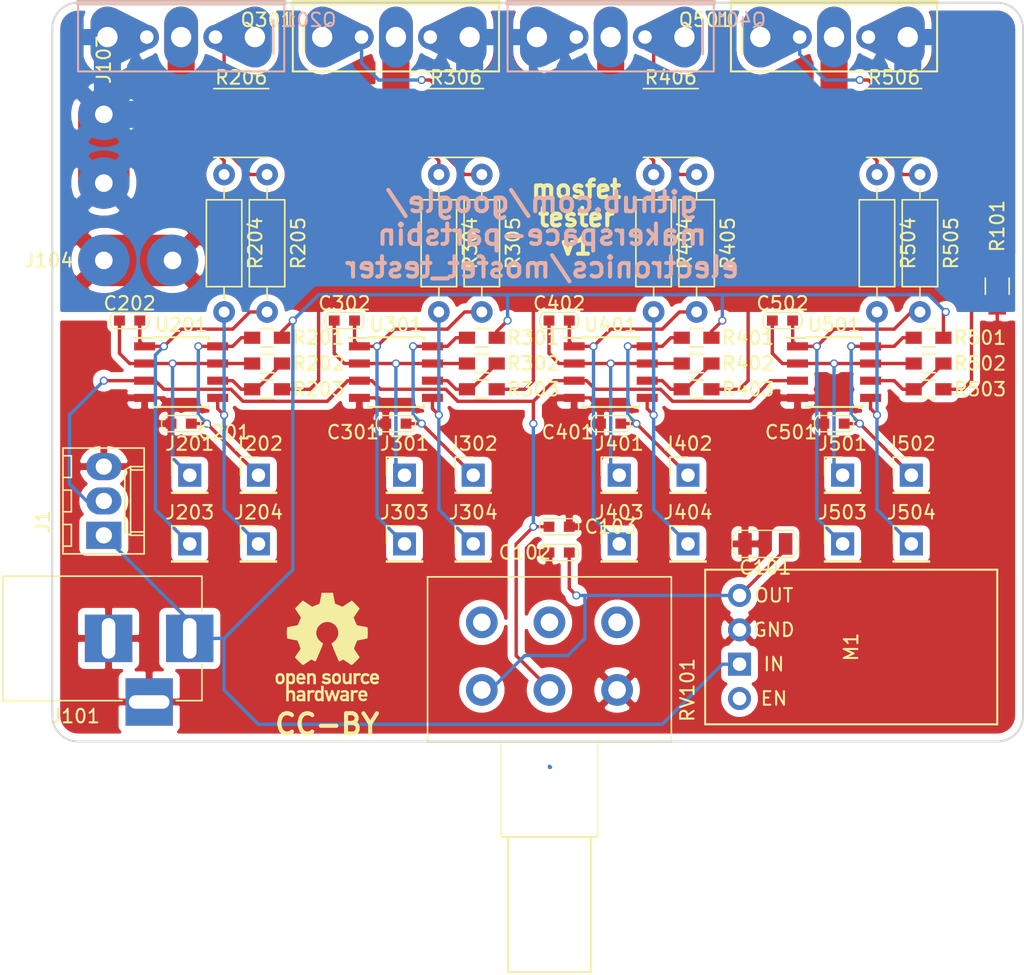
<source format=kicad_pcb>
(kicad_pcb (version 4) (host pcbnew 4.0.6-e0-6349~53~ubuntu14.04.1)
  (layers (0 F.Cu signal) (31 B.Cu signal) (34 B.Paste user) (35 F.Paste user) (36 B.SilkS user) (37 F.SilkS user) (38 B.Mask user) (39 F.Mask user) (44 Edge.Cuts user))
  (net 0 "")
  (net 1 GND)
  (net 2 "Net-(C201-Pad2)")
  (net 3 "Net-(C202-Pad2)")
  (net 4 +12V)
  (net 5 "Net-(R202-Pad1)")
  (net 6 +5V)
  (net 7 /slice1/5V_REF)
  (net 8 "Net-(C301-Pad2)")
  (net 9 "Net-(C302-Pad2)")
  (net 10 "Net-(C401-Pad2)")
  (net 11 "Net-(C402-Pad2)")
  (net 12 "Net-(C501-Pad2)")
  (net 13 "Net-(C502-Pad2)")
  (net 14 /slice1/Vgs)
  (net 15 /slice2/Vgs)
  (net 16 /slice3/Vgs)
  (net 17 /slice4/Vgs)
  (net 18 /slice1/VIN+)
  (net 19 /slice1/VIN-)
  (net 20 "Net-(J204-Pad1)")
  (net 21 "Net-(J304-Pad1)")
  (net 22 "Net-(J404-Pad1)")
  (net 23 "Net-(J504-Pad1)")
  (net 24 "Net-(R302-Pad1)")
  (net 25 "Net-(R402-Pad1)")
  (net 26 "Net-(R502-Pad1)")
  (net 27 "Net-(Q201-Pad1)")
  (net 28 "Net-(Q301-Pad1)")
  (net 29 "Net-(Q401-Pad1)")
  (net 30 "Net-(Q501-Pad1)")
  (net 31 "Net-(Q201-Pad2)")
  (net 32 "Net-(Q301-Pad2)")
  (net 33 "Net-(Q401-Pad2)")
  (net 34 "Net-(Q501-Pad2)")
  (module Connectors:BARREL_JACK (layer F.Cu) (at 126.365 123.825)
    (fp_text reference J101 (at -8.45 5.75 180) (layer F.SilkS))
    (fp_text value BARREL_JACK)
    (pad 1 thru_hole rect (at 0 0) (size 3.5 3.5) (drill oval 1 3) (layers *.Cu *.Mask) (net 4 +12V))
    (pad 2 thru_hole rect (at -6 0) (size 3.5 3.5) (drill oval 1 3) (layers *.Cu *.Mask) (net 1 GND))
    (pad 3 thru_hole rect (at -3 4.7) (size 3.5 3.5) (drill oval 3 1) (layers *.Cu *.Mask) (net 1 GND))
  )
  (module Capacitors_SMD_Round:C_1206 (layer F.Cu) (at 168.91 116.84 180)
    (fp_text reference C101 (at 0 -1.75 180) (layer F.SilkS))
    (fp_text value 22u)
    (pad 1 smd rect (at -1.5 0 180) (size 1 1.6) (layers F.Cu F.Paste F.Mask) (net 6 +5V))
    (pad 2 smd rect (at 1.5 0 180) (size 1 1.6) (layers F.Cu F.Paste F.Mask) (net 1 GND))
  )
  (module Capacitors_SMD_Round:C_0603 (layer F.Cu) (at 153.67 115.57)
    (fp_text reference C103 (at 3.81 0) (layer F.SilkS))
    (fp_text value 0.1 hide)
    (pad 1 smd rect (at -0.75 0) (size 0.8 0.75) (layers F.Cu F.Paste F.Mask) (net 7 /slice1/5V_REF))
    (pad 2 smd rect (at 0.75 0) (size 0.8 0.75) (layers F.Cu F.Paste F.Mask) (net 1 GND))
  )
  (module Capacitors_SMD_Round:C_0603 (layer F.Cu) (at 125.73 107.95)
    (fp_text reference C201 (at 3.175 0.635) (layer F.SilkS))
    (fp_text value 0.1 hide)
    (pad 1 smd rect (at -0.75 0) (size 0.8 0.75) (layers F.Cu F.Paste F.Mask) (net 1 GND))
    (pad 2 smd rect (at 0.75 0) (size 0.8 0.75) (layers F.Cu F.Paste F.Mask) (net 2 "Net-(C201-Pad2)"))
  )
  (module Capacitors_SMD_Round:C_0603 (layer F.Cu) (at 121.92 100.33 180)
    (fp_text reference C202 (at 0 1.27 180) (layer F.SilkS))
    (fp_text value C hide)
    (pad 1 smd rect (at -0.75 0 180) (size 0.8 0.75) (layers F.Cu F.Paste F.Mask) (net 14 /slice1/Vgs))
    (pad 2 smd rect (at 0.75 0 180) (size 0.8 0.75) (layers F.Cu F.Paste F.Mask) (net 3 "Net-(C202-Pad2)"))
  )
  (module Pin_Headers:Pin_Header_Straight_1x01_Pitch2.54mm (layer F.Cu) (at 126.365 111.76)
    (fp_text reference J201 (at 0 -2.33) (layer F.SilkS))
    (fp_text value TEST_1P)
    (pad 1 thru_hole rect (at 0 0) (size 1.7 1.7) (drill 1) (layers *.Cu *.Mask) (net 3 "Net-(C202-Pad2)"))
  )
  (module Pin_Headers:Pin_Header_Straight_1x01_Pitch2.54mm (layer F.Cu) (at 131.445 111.76)
    (fp_text reference J202 (at 0 -2.33) (layer F.SilkS))
    (fp_text value TEST_1P)
    (pad 1 thru_hole rect (at 0 0) (size 1.7 1.7) (drill 1) (layers *.Cu *.Mask) (net 2 "Net-(C201-Pad2)"))
  )
  (module Pin_Headers:Pin_Header_Straight_1x01_Pitch2.54mm (layer F.Cu) (at 126.365 116.84)
    (fp_text reference J203 (at 0 -2.33) (layer F.SilkS))
    (fp_text value TEST_1P)
    (pad 1 thru_hole rect (at 0 0) (size 1.7 1.7) (drill 1) (layers *.Cu *.Mask) (net 14 /slice1/Vgs))
  )
  (module Pin_Headers:Pin_Header_Straight_1x01_Pitch2.54mm (layer F.Cu) (at 131.445 116.84)
    (fp_text reference J204 (at 0 -2.33) (layer F.SilkS))
    (fp_text value TEST_1P)
    (pad 1 thru_hole rect (at 0 0) (size 1.7 1.7) (drill 1) (layers *.Cu *.Mask) (net 20 "Net-(J204-Pad1)"))
  )
  (module Resistors_SMD:R_0603_HandSoldering (layer F.Cu) (at 132.08 101.6 180)
    (fp_text reference R201 (at -3.81 0 180) (layer F.SilkS))
    (fp_text value 100R)
    (pad 1 smd rect (at -1.1 0 180) (size 1.2 0.9) (layers F.Cu F.Paste F.Mask) (net 4 +12V))
    (pad 2 smd rect (at 1.1 0 180) (size 1.2 0.9) (layers F.Cu F.Paste F.Mask) (net 2 "Net-(C201-Pad2)"))
  )
  (module Resistors_SMD:R_0603_HandSoldering (layer F.Cu) (at 132.08 103.505 180)
    (fp_text reference R202 (at -3.81 0 180) (layer F.SilkS))
    (fp_text value R)
    (pad 1 smd rect (at -1.1 0 180) (size 1.2 0.9) (layers F.Cu F.Paste F.Mask) (net 5 "Net-(R202-Pad1)"))
    (pad 2 smd rect (at 1.1 0 180) (size 1.2 0.9) (layers F.Cu F.Paste F.Mask) (net 3 "Net-(C202-Pad2)"))
  )
  (module Resistors_SMD:R_0603_HandSoldering (layer F.Cu) (at 132.08 105.41 180)
    (fp_text reference R203 (at -3.81 0 180) (layer F.SilkS))
    (fp_text value R)
    (pad 1 smd rect (at -1.1 0 180) (size 1.2 0.9) (layers F.Cu F.Paste F.Mask) (net 19 /slice1/VIN-))
    (pad 2 smd rect (at 1.1 0 180) (size 1.2 0.9) (layers F.Cu F.Paste F.Mask) (net 5 "Net-(R202-Pad1)"))
  )
  (module Resistors_SMD:R_2816_HandSoldering (layer F.Cu) (at 130.175 85.725)
    (fp_text reference R206 (at 0 -3.36) (layer F.SilkS))
    (fp_text value R)
    (pad 1 smd rect (at -4.06 0) (size 4.7 4.7) (layers F.Cu F.Paste F.Mask) (net 31 "Net-(Q201-Pad2)"))
    (pad 2 smd rect (at 4.06 0) (size 4.7 4.7) (layers F.Cu F.Paste F.Mask) (net 19 /slice1/VIN-))
  )
  (module Housings_SOIC:SOIC-8_3.9x4.9mm_Pitch1.27mm (layer F.Cu) (at 125.73 104.14)
    (fp_text reference U201 (at 0 -3.5) (layer F.SilkS))
    (fp_text value LM358)
    (pad 1 smd rect (at -2.7 -1.905) (size 1.55 0.6) (layers F.Cu F.Paste F.Mask) (net 14 /slice1/Vgs))
    (pad 2 smd rect (at -2.7 -0.635) (size 1.55 0.6) (layers F.Cu F.Paste F.Mask) (net 3 "Net-(C202-Pad2)"))
    (pad 3 smd rect (at -2.7 0.635) (size 1.55 0.6) (layers F.Cu F.Paste F.Mask) (net 7 /slice1/5V_REF))
    (pad 4 smd rect (at -2.7 1.905) (size 1.55 0.6) (layers F.Cu F.Paste F.Mask) (net 1 GND))
    (pad 5 smd rect (at 2.7 1.905) (size 1.55 0.6) (layers F.Cu F.Paste F.Mask) (net 20 "Net-(J204-Pad1)"))
    (pad 6 smd rect (at 2.7 0.635) (size 1.55 0.6) (layers F.Cu F.Paste F.Mask) (net 5 "Net-(R202-Pad1)"))
    (pad 7 smd rect (at 2.7 -0.635) (size 1.55 0.6) (layers F.Cu F.Paste F.Mask) (net 3 "Net-(C202-Pad2)"))
    (pad 8 smd rect (at 2.7 -1.905) (size 1.55 0.6) (layers F.Cu F.Paste F.Mask) (net 2 "Net-(C201-Pad2)"))
  )
  (module Resistors_SMD:R_0805_HandSoldering (layer F.Cu) (at 186.055 97.79 270)
    (fp_text reference R101 (at -4.445 0 270) (layer F.SilkS))
    (fp_text value 0R)
    (pad 1 smd rect (at -1.35 0 270) (size 1.5 1.3) (layers F.Cu F.Paste F.Mask) (net 19 /slice1/VIN-))
    (pad 2 smd rect (at 1.35 0 270) (size 1.5 1.3) (layers F.Cu F.Paste F.Mask) (net 1 GND))
  )
  (module Symbols:OSHW-Logo_7.5x8mm_SilkScreen (layer F.Cu) (at 136.525 124.46)
    (fp_text reference P101 hide)
    (fp_text value OSHW hide)
  )
  (module Capacitors_SMD_Round:C_0603 (layer F.Cu) (at 141.605 107.95)
    (fp_text reference C301 (at -3.175 0.635) (layer F.SilkS))
    (fp_text value 0.1 hide)
    (pad 1 smd rect (at -0.75 0) (size 0.8 0.75) (layers F.Cu F.Paste F.Mask) (net 1 GND))
    (pad 2 smd rect (at 0.75 0) (size 0.8 0.75) (layers F.Cu F.Paste F.Mask) (net 8 "Net-(C301-Pad2)"))
  )
  (module Capacitors_SMD_Round:C_0603 (layer F.Cu) (at 137.795 100.33 180)
    (fp_text reference C302 (at 0 1.27 180) (layer F.SilkS))
    (fp_text value C hide)
    (pad 1 smd rect (at -0.75 0 180) (size 0.8 0.75) (layers F.Cu F.Paste F.Mask) (net 15 /slice2/Vgs))
    (pad 2 smd rect (at 0.75 0 180) (size 0.8 0.75) (layers F.Cu F.Paste F.Mask) (net 9 "Net-(C302-Pad2)"))
  )
  (module Capacitors_SMD_Round:C_0603 (layer F.Cu) (at 157.48 107.95)
    (fp_text reference C401 (at -3.175 0.635) (layer F.SilkS))
    (fp_text value 0.1 hide)
    (pad 1 smd rect (at -0.75 0) (size 0.8 0.75) (layers F.Cu F.Paste F.Mask) (net 1 GND))
    (pad 2 smd rect (at 0.75 0) (size 0.8 0.75) (layers F.Cu F.Paste F.Mask) (net 10 "Net-(C401-Pad2)"))
  )
  (module Capacitors_SMD_Round:C_0603 (layer F.Cu) (at 153.67 100.33 180)
    (fp_text reference C402 (at 0 1.27 180) (layer F.SilkS))
    (fp_text value C hide)
    (pad 1 smd rect (at -0.75 0 180) (size 0.8 0.75) (layers F.Cu F.Paste F.Mask) (net 16 /slice3/Vgs))
    (pad 2 smd rect (at 0.75 0 180) (size 0.8 0.75) (layers F.Cu F.Paste F.Mask) (net 11 "Net-(C402-Pad2)"))
  )
  (module Capacitors_SMD_Round:C_0603 (layer F.Cu) (at 173.99 107.95)
    (fp_text reference C501 (at -3.175 0.635) (layer F.SilkS))
    (fp_text value 0.1 hide)
    (pad 1 smd rect (at -0.75 0) (size 0.8 0.75) (layers F.Cu F.Paste F.Mask) (net 1 GND))
    (pad 2 smd rect (at 0.75 0) (size 0.8 0.75) (layers F.Cu F.Paste F.Mask) (net 12 "Net-(C501-Pad2)"))
  )
  (module Capacitors_SMD_Round:C_0603 (layer F.Cu) (at 170.18 100.33 180)
    (fp_text reference C502 (at 0 1.27 180) (layer F.SilkS))
    (fp_text value C hide)
    (pad 1 smd rect (at -0.75 0 180) (size 0.8 0.75) (layers F.Cu F.Paste F.Mask) (net 17 /slice4/Vgs))
    (pad 2 smd rect (at 0.75 0 180) (size 0.8 0.75) (layers F.Cu F.Paste F.Mask) (net 13 "Net-(C502-Pad2)"))
  )
  (module Pin_Headers:Pin_Header_Straight_1x01_Pitch2.54mm (layer F.Cu) (at 142.24 111.76)
    (fp_text reference J301 (at 0 -2.33) (layer F.SilkS))
    (fp_text value TEST_1P)
    (pad 1 thru_hole rect (at 0 0) (size 1.7 1.7) (drill 1) (layers *.Cu *.Mask) (net 9 "Net-(C302-Pad2)"))
  )
  (module Pin_Headers:Pin_Header_Straight_1x01_Pitch2.54mm (layer F.Cu) (at 147.32 111.76)
    (fp_text reference J302 (at 0 -2.33) (layer F.SilkS))
    (fp_text value TEST_1P)
    (pad 1 thru_hole rect (at 0 0) (size 1.7 1.7) (drill 1) (layers *.Cu *.Mask) (net 8 "Net-(C301-Pad2)"))
  )
  (module Pin_Headers:Pin_Header_Straight_1x01_Pitch2.54mm (layer F.Cu) (at 142.24 116.84)
    (fp_text reference J303 (at 0 -2.33) (layer F.SilkS))
    (fp_text value TEST_1P)
    (pad 1 thru_hole rect (at 0 0) (size 1.7 1.7) (drill 1) (layers *.Cu *.Mask) (net 15 /slice2/Vgs))
  )
  (module Pin_Headers:Pin_Header_Straight_1x01_Pitch2.54mm (layer F.Cu) (at 147.32 116.84)
    (fp_text reference J304 (at 0 -2.33) (layer F.SilkS))
    (fp_text value TEST_1P)
    (pad 1 thru_hole rect (at 0 0) (size 1.7 1.7) (drill 1) (layers *.Cu *.Mask) (net 21 "Net-(J304-Pad1)"))
  )
  (module Pin_Headers:Pin_Header_Straight_1x01_Pitch2.54mm (layer F.Cu) (at 158.115 111.76)
    (fp_text reference J401 (at 0 -2.33) (layer F.SilkS))
    (fp_text value TEST_1P)
    (pad 1 thru_hole rect (at 0 0) (size 1.7 1.7) (drill 1) (layers *.Cu *.Mask) (net 11 "Net-(C402-Pad2)"))
  )
  (module Pin_Headers:Pin_Header_Straight_1x01_Pitch2.54mm (layer F.Cu) (at 163.195 111.76)
    (fp_text reference J402 (at 0 -2.33) (layer F.SilkS))
    (fp_text value TEST_1P)
    (pad 1 thru_hole rect (at 0 0) (size 1.7 1.7) (drill 1) (layers *.Cu *.Mask) (net 10 "Net-(C401-Pad2)"))
  )
  (module Pin_Headers:Pin_Header_Straight_1x01_Pitch2.54mm (layer F.Cu) (at 158.115 116.84)
    (fp_text reference J403 (at 0 -2.33) (layer F.SilkS))
    (fp_text value TEST_1P)
    (pad 1 thru_hole rect (at 0 0) (size 1.7 1.7) (drill 1) (layers *.Cu *.Mask) (net 16 /slice3/Vgs))
  )
  (module Pin_Headers:Pin_Header_Straight_1x01_Pitch2.54mm (layer F.Cu) (at 163.195 116.84)
    (fp_text reference J404 (at 0 -2.33) (layer F.SilkS))
    (fp_text value TEST_1P)
    (pad 1 thru_hole rect (at 0 0) (size 1.7 1.7) (drill 1) (layers *.Cu *.Mask) (net 22 "Net-(J404-Pad1)"))
  )
  (module Pin_Headers:Pin_Header_Straight_1x01_Pitch2.54mm (layer F.Cu) (at 174.625 111.76)
    (fp_text reference J501 (at 0 -2.33) (layer F.SilkS))
    (fp_text value TEST_1P)
    (pad 1 thru_hole rect (at 0 0) (size 1.7 1.7) (drill 1) (layers *.Cu *.Mask) (net 13 "Net-(C502-Pad2)"))
  )
  (module Pin_Headers:Pin_Header_Straight_1x01_Pitch2.54mm (layer F.Cu) (at 179.705 111.76)
    (fp_text reference J502 (at 0 -2.33) (layer F.SilkS))
    (fp_text value TEST_1P)
    (pad 1 thru_hole rect (at 0 0) (size 1.7 1.7) (drill 1) (layers *.Cu *.Mask) (net 12 "Net-(C501-Pad2)"))
  )
  (module Pin_Headers:Pin_Header_Straight_1x01_Pitch2.54mm (layer F.Cu) (at 174.625 116.84)
    (fp_text reference J503 (at 0 -2.33) (layer F.SilkS))
    (fp_text value TEST_1P)
    (pad 1 thru_hole rect (at 0 0) (size 1.7 1.7) (drill 1) (layers *.Cu *.Mask) (net 17 /slice4/Vgs))
  )
  (module Pin_Headers:Pin_Header_Straight_1x01_Pitch2.54mm (layer F.Cu) (at 179.705 116.84)
    (fp_text reference J504 (at 0 -2.33) (layer F.SilkS))
    (fp_text value TEST_1P)
    (pad 1 thru_hole rect (at 0 0) (size 1.7 1.7) (drill 1) (layers *.Cu *.Mask) (net 23 "Net-(J504-Pad1)"))
  )
  (module Resistors_SMD:R_0603_HandSoldering (layer F.Cu) (at 147.955 101.6 180)
    (fp_text reference R301 (at -3.81 0 180) (layer F.SilkS))
    (fp_text value 100R)
    (pad 1 smd rect (at -1.1 0 180) (size 1.2 0.9) (layers F.Cu F.Paste F.Mask) (net 4 +12V))
    (pad 2 smd rect (at 1.1 0 180) (size 1.2 0.9) (layers F.Cu F.Paste F.Mask) (net 8 "Net-(C301-Pad2)"))
  )
  (module Resistors_SMD:R_0603_HandSoldering (layer F.Cu) (at 147.955 103.505 180)
    (fp_text reference R302 (at -3.81 0 180) (layer F.SilkS))
    (fp_text value R)
    (pad 1 smd rect (at -1.1 0 180) (size 1.2 0.9) (layers F.Cu F.Paste F.Mask) (net 24 "Net-(R302-Pad1)"))
    (pad 2 smd rect (at 1.1 0 180) (size 1.2 0.9) (layers F.Cu F.Paste F.Mask) (net 9 "Net-(C302-Pad2)"))
  )
  (module Resistors_SMD:R_0603_HandSoldering (layer F.Cu) (at 147.955 105.41 180)
    (fp_text reference R303 (at -3.81 0 180) (layer F.SilkS))
    (fp_text value R)
    (pad 1 smd rect (at -1.1 0 180) (size 1.2 0.9) (layers F.Cu F.Paste F.Mask) (net 19 /slice1/VIN-))
    (pad 2 smd rect (at 1.1 0 180) (size 1.2 0.9) (layers F.Cu F.Paste F.Mask) (net 24 "Net-(R302-Pad1)"))
  )
  (module Resistors_SMD:R_2816_HandSoldering (layer F.Cu) (at 146.05 85.725)
    (fp_text reference R306 (at 0 -3.36) (layer F.SilkS))
    (fp_text value R)
    (pad 1 smd rect (at -4.06 0) (size 4.7 4.7) (layers F.Cu F.Paste F.Mask) (net 32 "Net-(Q301-Pad2)"))
    (pad 2 smd rect (at 4.06 0) (size 4.7 4.7) (layers F.Cu F.Paste F.Mask) (net 19 /slice1/VIN-))
  )
  (module Resistors_SMD:R_0603_HandSoldering (layer F.Cu) (at 163.83 101.6 180)
    (fp_text reference R401 (at -3.81 0 180) (layer F.SilkS))
    (fp_text value 100R)
    (pad 1 smd rect (at -1.1 0 180) (size 1.2 0.9) (layers F.Cu F.Paste F.Mask) (net 4 +12V))
    (pad 2 smd rect (at 1.1 0 180) (size 1.2 0.9) (layers F.Cu F.Paste F.Mask) (net 10 "Net-(C401-Pad2)"))
  )
  (module Resistors_SMD:R_0603_HandSoldering (layer F.Cu) (at 163.83 103.505 180)
    (fp_text reference R402 (at -3.81 0 180) (layer F.SilkS))
    (fp_text value R)
    (pad 1 smd rect (at -1.1 0 180) (size 1.2 0.9) (layers F.Cu F.Paste F.Mask) (net 25 "Net-(R402-Pad1)"))
    (pad 2 smd rect (at 1.1 0 180) (size 1.2 0.9) (layers F.Cu F.Paste F.Mask) (net 11 "Net-(C402-Pad2)"))
  )
  (module Resistors_SMD:R_0603_HandSoldering (layer F.Cu) (at 163.83 105.41 180)
    (fp_text reference R403 (at -3.81 0 180) (layer F.SilkS))
    (fp_text value R)
    (pad 1 smd rect (at -1.1 0 180) (size 1.2 0.9) (layers F.Cu F.Paste F.Mask) (net 19 /slice1/VIN-))
    (pad 2 smd rect (at 1.1 0 180) (size 1.2 0.9) (layers F.Cu F.Paste F.Mask) (net 25 "Net-(R402-Pad1)"))
  )
  (module Resistors_SMD:R_2816_HandSoldering (layer F.Cu) (at 161.925 85.725)
    (fp_text reference R406 (at 0 -3.36) (layer F.SilkS))
    (fp_text value R)
    (pad 1 smd rect (at -4.06 0) (size 4.7 4.7) (layers F.Cu F.Paste F.Mask) (net 33 "Net-(Q401-Pad2)"))
    (pad 2 smd rect (at 4.06 0) (size 4.7 4.7) (layers F.Cu F.Paste F.Mask) (net 19 /slice1/VIN-))
  )
  (module Resistors_SMD:R_0603_HandSoldering (layer F.Cu) (at 180.975 101.6 180)
    (fp_text reference R501 (at -3.81 0 180) (layer F.SilkS))
    (fp_text value 100R)
    (pad 1 smd rect (at -1.1 0 180) (size 1.2 0.9) (layers F.Cu F.Paste F.Mask) (net 4 +12V))
    (pad 2 smd rect (at 1.1 0 180) (size 1.2 0.9) (layers F.Cu F.Paste F.Mask) (net 12 "Net-(C501-Pad2)"))
  )
  (module Resistors_SMD:R_0603_HandSoldering (layer F.Cu) (at 180.975 103.505 180)
    (fp_text reference R502 (at -3.81 0 180) (layer F.SilkS))
    (fp_text value R)
    (pad 1 smd rect (at -1.1 0 180) (size 1.2 0.9) (layers F.Cu F.Paste F.Mask) (net 26 "Net-(R502-Pad1)"))
    (pad 2 smd rect (at 1.1 0 180) (size 1.2 0.9) (layers F.Cu F.Paste F.Mask) (net 13 "Net-(C502-Pad2)"))
  )
  (module Resistors_SMD:R_0603_HandSoldering (layer F.Cu) (at 180.975 105.41 180)
    (fp_text reference R503 (at -3.81 0 180) (layer F.SilkS))
    (fp_text value R)
    (pad 1 smd rect (at -1.1 0 180) (size 1.2 0.9) (layers F.Cu F.Paste F.Mask) (net 19 /slice1/VIN-))
    (pad 2 smd rect (at 1.1 0 180) (size 1.2 0.9) (layers F.Cu F.Paste F.Mask) (net 26 "Net-(R502-Pad1)"))
  )
  (module Resistors_SMD:R_2816_HandSoldering (layer F.Cu) (at 178.435 85.725)
    (fp_text reference R506 (at 0 -3.36) (layer F.SilkS))
    (fp_text value R)
    (pad 1 smd rect (at -4.06 0) (size 4.7 4.7) (layers F.Cu F.Paste F.Mask) (net 34 "Net-(Q501-Pad2)"))
    (pad 2 smd rect (at 4.06 0) (size 4.7 4.7) (layers F.Cu F.Paste F.Mask) (net 19 /slice1/VIN-))
  )
  (module Housings_SOIC:SOIC-8_3.9x4.9mm_Pitch1.27mm (layer F.Cu) (at 141.605 104.14)
    (fp_text reference U301 (at 0 -3.5) (layer F.SilkS))
    (fp_text value LM358)
    (pad 1 smd rect (at -2.7 -1.905) (size 1.55 0.6) (layers F.Cu F.Paste F.Mask) (net 15 /slice2/Vgs))
    (pad 2 smd rect (at -2.7 -0.635) (size 1.55 0.6) (layers F.Cu F.Paste F.Mask) (net 9 "Net-(C302-Pad2)"))
    (pad 3 smd rect (at -2.7 0.635) (size 1.55 0.6) (layers F.Cu F.Paste F.Mask) (net 7 /slice1/5V_REF))
    (pad 4 smd rect (at -2.7 1.905) (size 1.55 0.6) (layers F.Cu F.Paste F.Mask) (net 1 GND))
    (pad 5 smd rect (at 2.7 1.905) (size 1.55 0.6) (layers F.Cu F.Paste F.Mask) (net 21 "Net-(J304-Pad1)"))
    (pad 6 smd rect (at 2.7 0.635) (size 1.55 0.6) (layers F.Cu F.Paste F.Mask) (net 24 "Net-(R302-Pad1)"))
    (pad 7 smd rect (at 2.7 -0.635) (size 1.55 0.6) (layers F.Cu F.Paste F.Mask) (net 9 "Net-(C302-Pad2)"))
    (pad 8 smd rect (at 2.7 -1.905) (size 1.55 0.6) (layers F.Cu F.Paste F.Mask) (net 8 "Net-(C301-Pad2)"))
  )
  (module Housings_SOIC:SOIC-8_3.9x4.9mm_Pitch1.27mm (layer F.Cu) (at 157.48 104.14)
    (fp_text reference U401 (at 0 -3.5) (layer F.SilkS))
    (fp_text value LM358)
    (pad 1 smd rect (at -2.7 -1.905) (size 1.55 0.6) (layers F.Cu F.Paste F.Mask) (net 16 /slice3/Vgs))
    (pad 2 smd rect (at -2.7 -0.635) (size 1.55 0.6) (layers F.Cu F.Paste F.Mask) (net 11 "Net-(C402-Pad2)"))
    (pad 3 smd rect (at -2.7 0.635) (size 1.55 0.6) (layers F.Cu F.Paste F.Mask) (net 7 /slice1/5V_REF))
    (pad 4 smd rect (at -2.7 1.905) (size 1.55 0.6) (layers F.Cu F.Paste F.Mask) (net 1 GND))
    (pad 5 smd rect (at 2.7 1.905) (size 1.55 0.6) (layers F.Cu F.Paste F.Mask) (net 22 "Net-(J404-Pad1)"))
    (pad 6 smd rect (at 2.7 0.635) (size 1.55 0.6) (layers F.Cu F.Paste F.Mask) (net 25 "Net-(R402-Pad1)"))
    (pad 7 smd rect (at 2.7 -0.635) (size 1.55 0.6) (layers F.Cu F.Paste F.Mask) (net 11 "Net-(C402-Pad2)"))
    (pad 8 smd rect (at 2.7 -1.905) (size 1.55 0.6) (layers F.Cu F.Paste F.Mask) (net 10 "Net-(C401-Pad2)"))
  )
  (module Housings_SOIC:SOIC-8_3.9x4.9mm_Pitch1.27mm (layer F.Cu) (at 173.99 104.14)
    (fp_text reference U501 (at 0 -3.5) (layer F.SilkS))
    (fp_text value LM358)
    (pad 1 smd rect (at -2.7 -1.905) (size 1.55 0.6) (layers F.Cu F.Paste F.Mask) (net 17 /slice4/Vgs))
    (pad 2 smd rect (at -2.7 -0.635) (size 1.55 0.6) (layers F.Cu F.Paste F.Mask) (net 13 "Net-(C502-Pad2)"))
    (pad 3 smd rect (at -2.7 0.635) (size 1.55 0.6) (layers F.Cu F.Paste F.Mask) (net 7 /slice1/5V_REF))
    (pad 4 smd rect (at -2.7 1.905) (size 1.55 0.6) (layers F.Cu F.Paste F.Mask) (net 1 GND))
    (pad 5 smd rect (at 2.7 1.905) (size 1.55 0.6) (layers F.Cu F.Paste F.Mask) (net 23 "Net-(J504-Pad1)"))
    (pad 6 smd rect (at 2.7 0.635) (size 1.55 0.6) (layers F.Cu F.Paste F.Mask) (net 26 "Net-(R502-Pad1)"))
    (pad 7 smd rect (at 2.7 -0.635) (size 1.55 0.6) (layers F.Cu F.Paste F.Mask) (net 13 "Net-(C502-Pad2)"))
    (pad 8 smd rect (at 2.7 -1.905) (size 1.55 0.6) (layers F.Cu F.Paste F.Mask) (net 12 "Net-(C501-Pad2)"))
  )
  (module Screw_Connectors:2_Pin_Quick_Fit (layer F.Cu) (at 122.555 95.885)
    (fp_text reference J104 (at -6.6 0) (layer F.SilkS))
    (fp_text value Screw_Terminal_1x01)
    (pad 1 thru_hole circle (at -2.54 0) (size 3.8 3.8) (drill 1.3) (layers *.Cu *.Mask) (net 19 /slice1/VIN-))
    (pad 1 thru_hole circle (at 2.54 0) (size 3.8 3.8) (drill 1.3) (layers *.Cu *.Mask) (net 19 /slice1/VIN-))
    (pad 1 smd rect (at 0 0) (size 5.08 3.8) (layers F.Cu) (net 19 /slice1/VIN-))
  )
  (module Screw_Connectors:2_Pin_Quick_Fit (layer F.Cu) (at 120.015 87.63 270)
    (fp_text reference J103 (at -6.6 0 270) (layer F.SilkS))
    (fp_text value Screw_Terminal_1x01)
    (pad 1 thru_hole circle (at -2.54 0 270) (size 3.8 3.8) (drill 1.3) (layers *.Cu *.Mask) (net 18 /slice1/VIN+))
    (pad 1 thru_hole circle (at 2.54 0 270) (size 3.8 3.8) (drill 1.3) (layers *.Cu *.Mask) (net 18 /slice1/VIN+))
    (pad 1 smd rect (at 0 0 270) (size 5.08 3.8) (layers F.Cu) (net 18 /slice1/VIN+))
  )
  (module Capacitors_SMD_Round:C_0603 (layer F.Cu) (at 153.67 117.475 180)
    (fp_text reference C102 (at 2.54 0 180) (layer F.SilkS))
    (fp_text value 0.1u hide)
    (pad 1 smd rect (at -0.75 0 180) (size 0.8 0.75) (layers F.Cu F.Paste F.Mask) (net 6 +5V))
    (pad 2 smd rect (at 0.75 0 180) (size 0.8 0.75) (layers F.Cu F.Paste F.Mask) (net 1 GND))
  )
  (module Resistors_THT:R_Axial_DIN0207_L6.3mm_D2.5mm_P10.16mm_Horizontal (layer F.Cu) (at 132.08 89.535 270)
    (fp_text reference R205 (at 5.08 -2.31 270) (layer F.SilkS))
    (fp_text value R)
    (pad 1 thru_hole circle (at 0 0 270) (size 1.6 1.6) (drill 0.8) (layers *.Cu *.Mask) (net 27 "Net-(Q201-Pad1)"))
    (pad 2 thru_hole oval (at 10.16 0 270) (size 1.6 1.6) (drill 0.8) (layers *.Cu *.Mask) (net 14 /slice1/Vgs))
  )
  (module Resistors_THT:R_Axial_DIN0207_L6.3mm_D2.5mm_P10.16mm_Horizontal (layer F.Cu) (at 147.955 89.535 270)
    (fp_text reference R305 (at 5.08 -2.31 270) (layer F.SilkS))
    (fp_text value R)
    (pad 1 thru_hole circle (at 0 0 270) (size 1.6 1.6) (drill 0.8) (layers *.Cu *.Mask) (net 28 "Net-(Q301-Pad1)"))
    (pad 2 thru_hole oval (at 10.16 0 270) (size 1.6 1.6) (drill 0.8) (layers *.Cu *.Mask) (net 15 /slice2/Vgs))
  )
  (module Resistors_THT:R_Axial_DIN0207_L6.3mm_D2.5mm_P10.16mm_Horizontal (layer F.Cu) (at 163.83 89.535 270)
    (fp_text reference R405 (at 5.08 -2.31 270) (layer F.SilkS))
    (fp_text value R)
    (pad 1 thru_hole circle (at 0 0 270) (size 1.6 1.6) (drill 0.8) (layers *.Cu *.Mask) (net 29 "Net-(Q401-Pad1)"))
    (pad 2 thru_hole oval (at 10.16 0 270) (size 1.6 1.6) (drill 0.8) (layers *.Cu *.Mask) (net 16 /slice3/Vgs))
  )
  (module Resistors_THT:R_Axial_DIN0207_L6.3mm_D2.5mm_P10.16mm_Horizontal (layer F.Cu) (at 180.34 89.535 270)
    (fp_text reference R505 (at 5.08 -2.31 270) (layer F.SilkS))
    (fp_text value R)
    (pad 1 thru_hole circle (at 0 0 270) (size 1.6 1.6) (drill 0.8) (layers *.Cu *.Mask) (net 30 "Net-(Q501-Pad1)"))
    (pad 2 thru_hole oval (at 10.16 0 270) (size 1.6 1.6) (drill 0.8) (layers *.Cu *.Mask) (net 17 /slice4/Vgs))
  )
  (module Potentiometers:Potentiometer_Alps_RK163_Double_Vertical (layer F.Cu) (at 147.955 127.635 270)
    (fp_text reference RV101 (at 0 -15.2 270) (layer F.SilkS))
    (fp_text value 10K)
    (pad 3 thru_hole circle (at 0 -10 270) (size 2.34 2.34) (drill 1.3) (layers *.Cu *.Mask) (net 1 GND))
    (pad 2 thru_hole circle (at 0 -5 270) (size 2.34 2.34) (drill 1.3) (layers *.Cu *.Mask) (net 7 /slice1/5V_REF))
    (pad 1 thru_hole circle (at 0 0 270) (size 2.34 2.34) (drill 1.3) (layers *.Cu *.Mask) (net 6 +5V))
    (pad 6 thru_hole circle (at -5 -10 270) (size 2.34 2.34) (drill 1.3) (layers *.Cu *.Mask))
    (pad 5 thru_hole circle (at -5 -5 270) (size 2.34 2.34) (drill 1.3) (layers *.Cu *.Mask))
    (pad 4 thru_hole circle (at -5 0 270) (size 2.34 2.34) (drill 1.3) (layers *.Cu *.Mask))
  )
  (module TO_Combo_Packages:TO_220_247 (layer B.Cu) (at 125.73 79.375 180)
    (fp_text reference Q201 (at -9.525 1.27 180) (layer B.SilkS) (effects (justify mirror)))
    (fp_text value Q_NMOS_GSD)
    (pad 2 thru_hole oval (at 0 0 180) (size 2.5 4.5) (drill 1.5) (layers *.Cu *.Mask) (net 31 "Net-(Q201-Pad2)"))
    (pad 1 thru_hole circle (at -2.54 0 180) (size 1.8 1.8) (drill 1) (layers *.Cu *.Mask) (net 27 "Net-(Q201-Pad1)"))
    (pad 1 thru_hole oval (at -5.45 0 180) (size 2.5 4.5) (drill 1.5) (layers *.Cu *.Mask) (net 27 "Net-(Q201-Pad1)"))
    (pad 3 thru_hole circle (at 2.54 0 180) (size 1.8 1.8) (drill 1) (layers *.Cu *.Mask) (net 18 /slice1/VIN+))
    (pad 3 thru_hole oval (at 5.45 0 180) (size 2.5 4.5) (drill 1.5) (layers *.Cu *.Mask) (net 18 /slice1/VIN+))
    (pad 1 smd rect (at -4 -0.8 153.4) (size 2.84 1.6) (layers B.Cu) (net 27 "Net-(Q201-Pad1)"))
    (pad 1 smd rect (at -4 0.8 206.6) (size 2.84 1.6) (layers B.Cu) (net 27 "Net-(Q201-Pad1)"))
    (pad 3 smd rect (at 4 -0.8 206.6) (size 2.84 1.6) (layers B.Cu) (net 18 /slice1/VIN+))
    (pad 3 smd rect (at 4 0.8 153.4) (size 2.84 1.6) (layers B.Cu) (net 18 /slice1/VIN+))
    (pad 1 smd rect (at -4 -0.8 153.4) (size 2.84 1.6) (layers F.Cu) (net 27 "Net-(Q201-Pad1)"))
    (pad 1 smd rect (at -4 0.8 206.6) (size 2.84 1.6) (layers F.Cu) (net 27 "Net-(Q201-Pad1)"))
    (pad 3 smd rect (at 4 -0.8 206.6) (size 2.84 1.6) (layers F.Cu) (net 18 /slice1/VIN+))
    (pad 3 smd rect (at 4 0.8 153.4) (size 2.84 1.6) (layers F.Cu) (net 18 /slice1/VIN+))
  )
  (module TO_Combo_Packages:TO_220_247 (layer F.Cu) (at 141.605 79.375)
    (fp_text reference Q301 (at -9.525 -1.27) (layer F.SilkS))
    (fp_text value Q_NMOS_GSD)
    (pad 2 thru_hole oval (at 0 0) (size 2.5 4.5) (drill 1.5) (layers *.Cu *.Mask) (net 32 "Net-(Q301-Pad2)"))
    (pad 1 thru_hole circle (at -2.54 0) (size 1.8 1.8) (drill 1) (layers *.Cu *.Mask) (net 28 "Net-(Q301-Pad1)"))
    (pad 1 thru_hole oval (at -5.45 0) (size 2.5 4.5) (drill 1.5) (layers *.Cu *.Mask) (net 28 "Net-(Q301-Pad1)"))
    (pad 3 thru_hole circle (at 2.54 0) (size 1.8 1.8) (drill 1) (layers *.Cu *.Mask) (net 18 /slice1/VIN+))
    (pad 3 thru_hole oval (at 5.45 0) (size 2.5 4.5) (drill 1.5) (layers *.Cu *.Mask) (net 18 /slice1/VIN+))
    (pad 1 smd rect (at -4 0.8 26.6) (size 2.84 1.6) (layers F.Cu) (net 28 "Net-(Q301-Pad1)"))
    (pad 1 smd rect (at -4 -0.8 333.4) (size 2.84 1.6) (layers F.Cu) (net 28 "Net-(Q301-Pad1)"))
    (pad 3 smd rect (at 4 0.8 333.4) (size 2.84 1.6) (layers F.Cu) (net 18 /slice1/VIN+))
    (pad 3 smd rect (at 4 -0.8 26.6) (size 2.84 1.6) (layers F.Cu) (net 18 /slice1/VIN+))
    (pad 1 smd rect (at -4 0.8 26.6) (size 2.84 1.6) (layers B.Cu) (net 28 "Net-(Q301-Pad1)"))
    (pad 1 smd rect (at -4 -0.8 333.4) (size 2.84 1.6) (layers B.Cu) (net 28 "Net-(Q301-Pad1)"))
    (pad 3 smd rect (at 4 0.8 333.4) (size 2.84 1.6) (layers B.Cu) (net 18 /slice1/VIN+))
    (pad 3 smd rect (at 4 -0.8 26.6) (size 2.84 1.6) (layers B.Cu) (net 18 /slice1/VIN+))
  )
  (module TO_Combo_Packages:TO_220_247 (layer B.Cu) (at 157.48 79.375 180)
    (fp_text reference Q401 (at -9.525 1.27 180) (layer B.SilkS) (effects (justify mirror)))
    (fp_text value Q_NMOS_GSD)
    (pad 2 thru_hole oval (at 0 0 180) (size 2.5 4.5) (drill 1.5) (layers *.Cu *.Mask) (net 33 "Net-(Q401-Pad2)"))
    (pad 1 thru_hole circle (at -2.54 0 180) (size 1.8 1.8) (drill 1) (layers *.Cu *.Mask) (net 29 "Net-(Q401-Pad1)"))
    (pad 1 thru_hole oval (at -5.45 0 180) (size 2.5 4.5) (drill 1.5) (layers *.Cu *.Mask) (net 29 "Net-(Q401-Pad1)"))
    (pad 3 thru_hole circle (at 2.54 0 180) (size 1.8 1.8) (drill 1) (layers *.Cu *.Mask) (net 18 /slice1/VIN+))
    (pad 3 thru_hole oval (at 5.45 0 180) (size 2.5 4.5) (drill 1.5) (layers *.Cu *.Mask) (net 18 /slice1/VIN+))
    (pad 1 smd rect (at -4 -0.8 153.4) (size 2.84 1.6) (layers B.Cu) (net 29 "Net-(Q401-Pad1)"))
    (pad 1 smd rect (at -4 0.8 206.6) (size 2.84 1.6) (layers B.Cu) (net 29 "Net-(Q401-Pad1)"))
    (pad 3 smd rect (at 4 -0.8 206.6) (size 2.84 1.6) (layers B.Cu) (net 18 /slice1/VIN+))
    (pad 3 smd rect (at 4 0.8 153.4) (size 2.84 1.6) (layers B.Cu) (net 18 /slice1/VIN+))
    (pad 1 smd rect (at -4 -0.8 153.4) (size 2.84 1.6) (layers F.Cu) (net 29 "Net-(Q401-Pad1)"))
    (pad 1 smd rect (at -4 0.8 206.6) (size 2.84 1.6) (layers F.Cu) (net 29 "Net-(Q401-Pad1)"))
    (pad 3 smd rect (at 4 -0.8 206.6) (size 2.84 1.6) (layers F.Cu) (net 18 /slice1/VIN+))
    (pad 3 smd rect (at 4 0.8 153.4) (size 2.84 1.6) (layers F.Cu) (net 18 /slice1/VIN+))
  )
  (module TO_Combo_Packages:TO_220_247 (layer F.Cu) (at 173.99 79.375)
    (fp_text reference Q501 (at -9.525 -1.27) (layer F.SilkS))
    (fp_text value Q_NMOS_GSD)
    (pad 2 thru_hole oval (at 0 0) (size 2.5 4.5) (drill 1.5) (layers *.Cu *.Mask) (net 34 "Net-(Q501-Pad2)"))
    (pad 1 thru_hole circle (at -2.54 0) (size 1.8 1.8) (drill 1) (layers *.Cu *.Mask) (net 30 "Net-(Q501-Pad1)"))
    (pad 1 thru_hole oval (at -5.45 0) (size 2.5 4.5) (drill 1.5) (layers *.Cu *.Mask) (net 30 "Net-(Q501-Pad1)"))
    (pad 3 thru_hole circle (at 2.54 0) (size 1.8 1.8) (drill 1) (layers *.Cu *.Mask) (net 18 /slice1/VIN+))
    (pad 3 thru_hole oval (at 5.45 0) (size 2.5 4.5) (drill 1.5) (layers *.Cu *.Mask) (net 18 /slice1/VIN+))
    (pad 1 smd rect (at -4 0.8 26.6) (size 2.84 1.6) (layers F.Cu) (net 30 "Net-(Q501-Pad1)"))
    (pad 1 smd rect (at -4 -0.8 333.4) (size 2.84 1.6) (layers F.Cu) (net 30 "Net-(Q501-Pad1)"))
    (pad 3 smd rect (at 4 0.8 333.4) (size 2.84 1.6) (layers F.Cu) (net 18 /slice1/VIN+))
    (pad 3 smd rect (at 4 -0.8 26.6) (size 2.84 1.6) (layers F.Cu) (net 18 /slice1/VIN+))
    (pad 1 smd rect (at -4 0.8 26.6) (size 2.84 1.6) (layers B.Cu) (net 30 "Net-(Q501-Pad1)"))
    (pad 1 smd rect (at -4 -0.8 333.4) (size 2.84 1.6) (layers B.Cu) (net 30 "Net-(Q501-Pad1)"))
    (pad 3 smd rect (at 4 0.8 333.4) (size 2.84 1.6) (layers B.Cu) (net 18 /slice1/VIN+))
    (pad 3 smd rect (at 4 -0.8 26.6) (size 2.84 1.6) (layers B.Cu) (net 18 /slice1/VIN+))
  )
  (module Resistors_THT:R_Axial_DIN0207_L6.3mm_D2.5mm_P10.16mm_Horizontal (layer F.Cu) (at 128.905 89.535 270)
    (fp_text reference R204 (at 5.08 -2.31 270) (layer F.SilkS))
    (fp_text value R)
    (pad 1 thru_hole circle (at 0 0 270) (size 1.6 1.6) (drill 0.8) (layers *.Cu *.Mask) (net 31 "Net-(Q201-Pad2)"))
    (pad 2 thru_hole oval (at 10.16 0 270) (size 1.6 1.6) (drill 0.8) (layers *.Cu *.Mask) (net 20 "Net-(J204-Pad1)"))
  )
  (module Resistors_THT:R_Axial_DIN0207_L6.3mm_D2.5mm_P10.16mm_Horizontal (layer F.Cu) (at 144.78 89.535 270)
    (fp_text reference R304 (at 5.08 -2.31 270) (layer F.SilkS))
    (fp_text value R)
    (pad 1 thru_hole circle (at 0 0 270) (size 1.6 1.6) (drill 0.8) (layers *.Cu *.Mask) (net 32 "Net-(Q301-Pad2)"))
    (pad 2 thru_hole oval (at 10.16 0 270) (size 1.6 1.6) (drill 0.8) (layers *.Cu *.Mask) (net 21 "Net-(J304-Pad1)"))
  )
  (module Resistors_THT:R_Axial_DIN0207_L6.3mm_D2.5mm_P10.16mm_Horizontal (layer F.Cu) (at 160.655 89.535 270)
    (fp_text reference R404 (at 5.08 -2.31 270) (layer F.SilkS))
    (fp_text value R)
    (pad 1 thru_hole circle (at 0 0 270) (size 1.6 1.6) (drill 0.8) (layers *.Cu *.Mask) (net 33 "Net-(Q401-Pad2)"))
    (pad 2 thru_hole oval (at 10.16 0 270) (size 1.6 1.6) (drill 0.8) (layers *.Cu *.Mask) (net 22 "Net-(J404-Pad1)"))
  )
  (module Resistors_THT:R_Axial_DIN0207_L6.3mm_D2.5mm_P10.16mm_Horizontal (layer F.Cu) (at 177.165 89.535 270)
    (fp_text reference R504 (at 5.08 -2.31 270) (layer F.SilkS))
    (fp_text value R)
    (pad 1 thru_hole circle (at 0 0 270) (size 1.6 1.6) (drill 0.8) (layers *.Cu *.Mask) (net 34 "Net-(Q501-Pad2)"))
    (pad 2 thru_hole oval (at 10.16 0 270) (size 1.6 1.6) (drill 0.8) (layers *.Cu *.Mask) (net 23 "Net-(J504-Pad1)"))
  )
  (module Connectors_Molex:Molex_KK-6410-03_03x2.54mm_Straight (layer F.Cu) (at 120.015 116.205 90)
    (fp_text reference J1 (at 1 -4.5 90) (layer F.SilkS))
    (fp_text value CONN_01X03)
    (pad 1 thru_hole rect (at 0 0 90) (size 2 2.6) (drill 1.2) (layers *.Cu *.Mask) (net 4 +12V))
    (pad 2 thru_hole oval (at 2.54 0 90) (size 2 2.6) (drill 1.2) (layers *.Cu *.Mask) (net 7 /slice1/5V_REF))
    (pad 3 thru_hole oval (at 5.08 0 90) (size 2 2.6) (drill 1.2) (layers *.Cu *.Mask) (net 1 GND))
  )
  (module Buck_Modules:Buck_Module_7805_Replacement_Universal (layer F.Cu) (at 167.005 123.19 90)
    (fp_text reference M1 (at -1.27 8.255 90) (layer F.SilkS))
    (fp_text value BuckModule)
    (fp_text user EN (at -5.08 2.54 180) (layer F.SilkS))
    (fp_text user OUT (at 2.54 2.54 180) (layer F.SilkS))
    (fp_text user GND (at 0 2.54 180) (layer F.SilkS))
    (fp_text user IN (at -2.54 2.54 180) (layer F.SilkS))
    (pad 1 thru_hole rect (at -2.54 0 90) (size 1.7 1.7) (drill 1) (layers *.Cu *.Mask) (net 4 +12V))
    (pad 2 thru_hole circle (at 0 0 90) (size 1.7 1.7) (drill 1) (layers *.Cu *.Mask) (net 1 GND))
    (pad 3 thru_hole circle (at 2.54 0 90) (size 1.7 1.7) (drill 1) (layers *.Cu *.Mask) (net 6 +5V))
    (pad 4 thru_hole circle (at -5.08 0 90) (size 1.7 1.7) (drill 1) (layers *.Cu *.Mask))
  )
  (gr_text "github.com/google/\nmakerspace-partsbin\nelectronics/mosfet_tester" (at 152.4 93.98) (layer B.SilkS) (effects (font (size 1.5 1.5) (thickness 0.3)) (justify mirror)))
  (gr_text "mosfet\ntester\nv1" (at 154.94 92.71) (layer F.SilkS) (effects (font (size 1.3 1.3) (thickness 0.3))))
  (gr_line (start 116.205 78.74) (end 116.205 129.54) (angle 90) (layer Edge.Cuts) (width 0.15))
  (gr_line (start 187.96 129.54) (end 187.96 78.74) (angle 90) (layer Edge.Cuts) (width 0.15))
  (gr_text CC-BY (at 136.525 130.175) (layer F.SilkS) (effects (font (size 1.5 1.5) (thickness 0.3))))
  (gr_arc (start 118.11 129.54) (end 118.11 131.445) (angle 90) (layer Edge.Cuts) (width 0.15))
  (gr_arc (start 186.055 129.54) (end 187.96 129.54) (angle 90) (layer Edge.Cuts) (width 0.15))
  (gr_arc (start 186.055 78.74) (end 186.055 76.835) (angle 90) (layer Edge.Cuts) (width 0.15))
  (gr_arc (start 118.11 78.74) (end 116.205 78.74) (angle 90) (layer Edge.Cuts) (width 0.15))
  (gr_line (start 186.055 76.835) (end 118.11 76.835) (angle 90) (layer Edge.Cuts) (width 0.15))
  (gr_line (start 118.11 131.445) (end 186.055 131.445) (angle 90) (layer Edge.Cuts) (width 0.15))
  (segment (start 152.955 133.35) (end 153.035 133.35) (width 0.25) (layer B.Cu) (net 0))
  (segment (start 152.955 133.35) (end 152.955 133.27) (width 0.25) (layer B.Cu) (net 0))
  (segment (start 186.055 99.14) (end 186.055 101.6) (width 0.25) (layer F.Cu) (net 1))
  (segment (start 154.78 106.045) (end 156.21 106.045) (width 0.25) (layer F.Cu) (net 1))
  (segment (start 156.73 106.565) (end 156.73 107.95) (width 0.25) (layer F.Cu) (net 1))
  (segment (start 156.21 106.045) (end 156.73 106.565) (width 0.25) (layer F.Cu) (net 1))
  (segment (start 138.905 106.045) (end 140.335 106.045) (width 0.25) (layer F.Cu) (net 1))
  (segment (start 140.855 106.565) (end 140.855 107.95) (width 0.25) (layer F.Cu) (net 1))
  (segment (start 140.335 106.045) (end 140.855 106.565) (width 0.25) (layer F.Cu) (net 1))
  (segment (start 124.98 107.95) (end 124.98 106.565) (width 0.25) (layer F.Cu) (net 1))
  (segment (start 124.46 106.045) (end 123.03 106.045) (width 0.25) (layer F.Cu) (net 1))
  (segment (start 124.98 106.565) (end 124.46 106.045) (width 0.25) (layer F.Cu) (net 1))
  (segment (start 131.445 111.76) (end 127.635 107.95) (width 0.25) (layer F.Cu) (net 2))
  (segment (start 126.48 107.95) (end 127.635 107.95) (width 0.25) (layer F.Cu) (net 2))
  (segment (start 127 102.235) (end 128.43 102.235) (width 0.25) (layer F.Cu) (net 2))
  (via (at 127 102.235) (size 0.6) (drill 0.4) (layers F.Cu B.Cu) (net 2))
  (segment (start 127 107.315) (end 127 102.235) (width 0.25) (layer B.Cu) (net 2))
  (segment (start 127.635 107.95) (end 127 107.315) (width 0.25) (layer B.Cu) (net 2))
  (via (at 127.635 107.95) (size 0.6) (drill 0.4) (layers F.Cu B.Cu) (net 2))
  (segment (start 128.43 102.235) (end 129.54 102.235) (width 0.25) (layer F.Cu) (net 2))
  (segment (start 130.175 101.6) (end 130.98 101.6) (width 0.25) (layer F.Cu) (net 2))
  (segment (start 129.54 102.235) (end 130.175 101.6) (width 0.25) (layer F.Cu) (net 2))
  (segment (start 126.365 111.76) (end 125.095 110.49) (width 0.25) (layer B.Cu) (net 3))
  (via (at 125.095 103.505) (size 0.6) (drill 0.4) (layers F.Cu B.Cu) (net 3))
  (segment (start 125.095 110.49) (end 125.095 103.505) (width 0.25) (layer B.Cu) (net 3))
  (segment (start 123.03 103.505) (end 125.095 103.505) (width 0.25) (layer F.Cu) (net 3))
  (segment (start 125.095 103.505) (end 128.43 103.505) (width 0.25) (layer F.Cu) (net 3))
  (segment (start 121.17 100.33) (end 121.17 102.755) (width 0.25) (layer F.Cu) (net 3))
  (segment (start 121.92 103.505) (end 123.03 103.505) (width 0.25) (layer F.Cu) (net 3))
  (segment (start 121.17 102.755) (end 121.92 103.505) (width 0.25) (layer F.Cu) (net 3))
  (segment (start 128.43 103.505) (end 129.794 103.505) (width 0.25) (layer F.Cu) (net 3))
  (segment (start 129.794 103.505) (end 130.98 103.505) (width 0.25) (layer F.Cu) (net 3))
  (segment (start 167.005 125.73) (end 165.735 125.73) (width 0.25) (layer B.Cu) (net 4))
  (segment (start 128.905 127.635) (end 128.905 123.825) (width 0.25) (layer B.Cu) (net 4))
  (segment (start 131.445 130.175) (end 128.905 127.635) (width 0.25) (layer B.Cu) (net 4))
  (segment (start 161.29 130.175) (end 131.445 130.175) (width 0.25) (layer B.Cu) (net 4))
  (segment (start 165.735 125.73) (end 161.29 130.175) (width 0.25) (layer B.Cu) (net 4))
  (segment (start 133.985 100.33) (end 133.985 118.745) (width 0.25) (layer B.Cu) (net 4))
  (segment (start 128.905 123.825) (end 126.365 123.825) (width 0.25) (layer B.Cu) (net 4))
  (segment (start 133.985 118.745) (end 128.905 123.825) (width 0.25) (layer B.Cu) (net 4))
  (segment (start 126.365 123.825) (end 126.365 122.555) (width 0.25) (layer B.Cu) (net 4))
  (segment (start 126.365 122.555) (end 120.015 116.205) (width 0.25) (layer B.Cu) (net 4))
  (segment (start 149.86 98.425) (end 149.86 100.33) (width 0.25) (layer B.Cu) (net 4))
  (segment (start 149.055 101.135) (end 149.055 101.6) (width 0.25) (layer F.Cu) (net 4))
  (segment (start 149.86 100.33) (end 149.055 101.135) (width 0.25) (layer F.Cu) (net 4))
  (via (at 149.86 100.33) (size 0.6) (drill 0.4) (layers F.Cu B.Cu) (net 4))
  (segment (start 165.735 98.425) (end 165.735 100.33) (width 0.25) (layer B.Cu) (net 4))
  (segment (start 164.93 101.135) (end 164.93 101.6) (width 0.25) (layer F.Cu) (net 4))
  (segment (start 165.735 100.33) (end 164.93 101.135) (width 0.25) (layer F.Cu) (net 4))
  (via (at 165.735 100.33) (size 0.6) (drill 0.4) (layers F.Cu B.Cu) (net 4))
  (segment (start 133.18 101.6) (end 133.18 101.135) (width 0.25) (layer F.Cu) (net 4))
  (segment (start 182.075 99.865) (end 182.075 101.6) (width 0.25) (layer F.Cu) (net 4))
  (segment (start 182.245 99.695) (end 182.075 99.865) (width 0.25) (layer F.Cu) (net 4))
  (via (at 182.245 99.695) (size 0.6) (drill 0.4) (layers F.Cu B.Cu) (net 4))
  (segment (start 180.975 98.425) (end 182.245 99.695) (width 0.25) (layer B.Cu) (net 4))
  (segment (start 135.89 98.425) (end 149.86 98.425) (width 0.25) (layer B.Cu) (net 4))
  (segment (start 149.86 98.425) (end 165.735 98.425) (width 0.25) (layer B.Cu) (net 4))
  (segment (start 165.735 98.425) (end 180.975 98.425) (width 0.25) (layer B.Cu) (net 4))
  (segment (start 133.985 100.33) (end 135.89 98.425) (width 0.25) (layer B.Cu) (net 4))
  (via (at 133.985 100.33) (size 0.6) (drill 0.4) (layers F.Cu B.Cu) (net 4))
  (segment (start 133.18 101.135) (end 133.985 100.33) (width 0.25) (layer F.Cu) (net 4))
  (segment (start 130.98 105.41) (end 131.275 105.41) (width 0.25) (layer F.Cu) (net 5))
  (segment (start 131.275 105.41) (end 133.18 103.505) (width 0.25) (layer F.Cu) (net 5))
  (segment (start 128.43 104.775) (end 129.54 104.775) (width 0.25) (layer F.Cu) (net 5))
  (segment (start 130.175 105.41) (end 130.98 105.41) (width 0.25) (layer F.Cu) (net 5))
  (segment (start 129.54 104.775) (end 130.175 105.41) (width 0.25) (layer F.Cu) (net 5))
  (segment (start 170.41 116.84) (end 170.41 117.245) (width 0.25) (layer F.Cu) (net 6))
  (segment (start 170.41 117.245) (end 167.005 120.65) (width 0.25) (layer F.Cu) (net 6))
  (segment (start 154.42 117.475) (end 154.42 120.13) (width 0.25) (layer F.Cu) (net 6))
  (segment (start 154.94 120.65) (end 155.575 120.65) (width 0.25) (layer B.Cu) (net 6))
  (via (at 154.94 120.65) (size 0.6) (drill 0.4) (layers F.Cu B.Cu) (net 6))
  (segment (start 154.42 120.13) (end 154.94 120.65) (width 0.25) (layer F.Cu) (net 6))
  (segment (start 147.955 127.635) (end 148.59 127.635) (width 0.25) (layer B.Cu) (net 6))
  (segment (start 148.59 127.635) (end 151.13 125.095) (width 0.25) (layer B.Cu) (net 6))
  (segment (start 151.13 125.095) (end 154.305 125.095) (width 0.25) (layer B.Cu) (net 6))
  (segment (start 154.305 125.095) (end 155.575 123.825) (width 0.25) (layer B.Cu) (net 6))
  (segment (start 155.575 123.825) (end 155.575 120.65) (width 0.25) (layer B.Cu) (net 6))
  (segment (start 167.005 120.65) (end 155.575 120.65) (width 0.25) (layer B.Cu) (net 6))
  (segment (start 152.955 127.635) (end 152.955 127.555) (width 0.25) (layer F.Cu) (net 7))
  (segment (start 152.955 127.555) (end 150.495 125.095) (width 0.25) (layer F.Cu) (net 7))
  (segment (start 150.495 125.095) (end 150.495 116.84) (width 0.25) (layer F.Cu) (net 7))
  (segment (start 150.495 116.84) (end 151.765 115.57) (width 0.25) (layer F.Cu) (net 7))
  (segment (start 152.92 115.57) (end 151.765 115.57) (width 0.25) (layer F.Cu) (net 7))
  (via (at 151.765 115.57) (size 0.6) (drill 0.4) (layers F.Cu B.Cu) (net 7))
  (segment (start 123.03 104.775) (end 120.015 104.775) (width 0.25) (layer F.Cu) (net 7))
  (segment (start 117.475 112.395) (end 118.745 113.665) (width 0.25) (layer B.Cu) (net 7))
  (segment (start 117.475 107.315) (end 117.475 112.395) (width 0.25) (layer B.Cu) (net 7))
  (segment (start 120.015 104.775) (end 117.475 107.315) (width 0.25) (layer B.Cu) (net 7))
  (via (at 120.015 104.775) (size 0.6) (drill 0.4) (layers F.Cu B.Cu) (net 7))
  (segment (start 118.745 113.665) (end 120.015 113.665) (width 0.25) (layer B.Cu) (net 7))
  (segment (start 151.765 106.299) (end 151.765 107.95) (width 0.25) (layer F.Cu) (net 7))
  (segment (start 151.765 107.95) (end 151.765 115.57) (width 0.25) (layer B.Cu) (net 7))
  (via (at 151.765 107.95) (size 0.6) (drill 0.4) (layers F.Cu B.Cu) (net 7))
  (segment (start 154.78 104.775) (end 155.702 104.775) (width 0.25) (layer F.Cu) (net 7))
  (segment (start 169.291 104.775) (end 171.29 104.775) (width 0.25) (layer F.Cu) (net 7))
  (segment (start 167.767 106.299) (end 169.291 104.775) (width 0.25) (layer F.Cu) (net 7))
  (segment (start 162.052 106.299) (end 167.767 106.299) (width 0.25) (layer F.Cu) (net 7))
  (segment (start 161.163 105.41) (end 162.052 106.299) (width 0.25) (layer F.Cu) (net 7))
  (segment (start 156.337 105.41) (end 161.163 105.41) (width 0.25) (layer F.Cu) (net 7))
  (segment (start 155.702 104.775) (end 156.337 105.41) (width 0.25) (layer F.Cu) (net 7))
  (segment (start 138.905 104.775) (end 139.827 104.775) (width 0.25) (layer F.Cu) (net 7))
  (segment (start 153.289 104.775) (end 154.78 104.775) (width 0.25) (layer F.Cu) (net 7))
  (segment (start 151.765 106.299) (end 153.289 104.775) (width 0.25) (layer F.Cu) (net 7))
  (segment (start 146.177 106.299) (end 151.765 106.299) (width 0.25) (layer F.Cu) (net 7))
  (segment (start 145.288 105.41) (end 146.177 106.299) (width 0.25) (layer F.Cu) (net 7))
  (segment (start 140.462 105.41) (end 145.288 105.41) (width 0.25) (layer F.Cu) (net 7))
  (segment (start 139.827 104.775) (end 140.462 105.41) (width 0.25) (layer F.Cu) (net 7))
  (segment (start 123.03 104.775) (end 123.825 104.775) (width 0.25) (layer F.Cu) (net 7))
  (segment (start 138.049 104.775) (end 138.905 104.775) (width 0.25) (layer F.Cu) (net 7))
  (segment (start 136.525 106.299) (end 138.049 104.775) (width 0.25) (layer F.Cu) (net 7))
  (segment (start 130.302 106.299) (end 136.525 106.299) (width 0.25) (layer F.Cu) (net 7))
  (segment (start 129.413 105.41) (end 130.302 106.299) (width 0.25) (layer F.Cu) (net 7))
  (segment (start 124.46 105.41) (end 129.413 105.41) (width 0.25) (layer F.Cu) (net 7))
  (segment (start 123.825 104.775) (end 124.46 105.41) (width 0.25) (layer F.Cu) (net 7))
  (segment (start 147.32 111.76) (end 143.51 107.95) (width 0.25) (layer F.Cu) (net 8))
  (segment (start 142.355 107.95) (end 143.51 107.95) (width 0.25) (layer F.Cu) (net 8))
  (segment (start 142.875 102.235) (end 144.305 102.235) (width 0.25) (layer F.Cu) (net 8))
  (via (at 142.875 102.235) (size 0.6) (drill 0.4) (layers F.Cu B.Cu) (net 8))
  (segment (start 142.875 107.315) (end 142.875 102.235) (width 0.25) (layer B.Cu) (net 8))
  (segment (start 143.51 107.95) (end 142.875 107.315) (width 0.25) (layer B.Cu) (net 8))
  (via (at 143.51 107.95) (size 0.6) (drill 0.4) (layers F.Cu B.Cu) (net 8))
  (segment (start 144.305 102.235) (end 145.415 102.235) (width 0.25) (layer F.Cu) (net 8))
  (segment (start 146.05 101.6) (end 146.855 101.6) (width 0.25) (layer F.Cu) (net 8))
  (segment (start 145.415 102.235) (end 146.05 101.6) (width 0.25) (layer F.Cu) (net 8))
  (segment (start 142.24 111.76) (end 141.605 111.125) (width 0.25) (layer B.Cu) (net 9))
  (segment (start 141.605 111.125) (end 141.605 110.49) (width 0.25) (layer B.Cu) (net 9))
  (via (at 141.605 103.505) (size 0.6) (drill 0.4) (layers F.Cu B.Cu) (net 9))
  (segment (start 141.605 111.76) (end 141.605 110.49) (width 0.25) (layer B.Cu) (net 9))
  (segment (start 141.605 110.49) (end 141.605 103.505) (width 0.25) (layer B.Cu) (net 9))
  (segment (start 137.045 100.33) (end 137.045 102.755) (width 0.25) (layer F.Cu) (net 9))
  (segment (start 137.795 103.505) (end 138.905 103.505) (width 0.25) (layer F.Cu) (net 9))
  (segment (start 137.045 102.755) (end 137.795 103.505) (width 0.25) (layer F.Cu) (net 9))
  (segment (start 138.905 103.505) (end 141.605 103.505) (width 0.25) (layer F.Cu) (net 9))
  (segment (start 141.605 103.505) (end 144.305 103.505) (width 0.25) (layer F.Cu) (net 9))
  (segment (start 144.305 103.505) (end 146.855 103.505) (width 0.25) (layer F.Cu) (net 9))
  (segment (start 163.195 111.76) (end 159.385 107.95) (width 0.25) (layer F.Cu) (net 10))
  (segment (start 158.23 107.95) (end 159.385 107.95) (width 0.25) (layer F.Cu) (net 10))
  (segment (start 158.75 102.235) (end 160.18 102.235) (width 0.25) (layer F.Cu) (net 10))
  (via (at 158.75 102.235) (size 0.6) (drill 0.4) (layers F.Cu B.Cu) (net 10))
  (segment (start 158.75 107.315) (end 158.75 102.235) (width 0.25) (layer B.Cu) (net 10))
  (segment (start 159.385 107.95) (end 158.75 107.315) (width 0.25) (layer B.Cu) (net 10))
  (via (at 159.385 107.95) (size 0.6) (drill 0.4) (layers F.Cu B.Cu) (net 10))
  (segment (start 160.18 102.235) (end 161.29 102.235) (width 0.25) (layer F.Cu) (net 10))
  (segment (start 161.925 101.6) (end 162.73 101.6) (width 0.25) (layer F.Cu) (net 10))
  (segment (start 161.29 102.235) (end 161.925 101.6) (width 0.25) (layer F.Cu) (net 10))
  (segment (start 158.115 111.76) (end 157.48 111.125) (width 0.25) (layer B.Cu) (net 11))
  (segment (start 157.48 111.125) (end 157.48 110.49) (width 0.25) (layer B.Cu) (net 11))
  (via (at 157.48 103.505) (size 0.6) (drill 0.4) (layers F.Cu B.Cu) (net 11))
  (segment (start 157.48 110.49) (end 157.48 103.505) (width 0.25) (layer B.Cu) (net 11))
  (segment (start 154.78 103.505) (end 157.48 103.505) (width 0.25) (layer F.Cu) (net 11))
  (segment (start 157.48 103.505) (end 160.18 103.505) (width 0.25) (layer F.Cu) (net 11))
  (segment (start 152.92 100.33) (end 152.92 102.755) (width 0.25) (layer F.Cu) (net 11))
  (segment (start 153.67 103.505) (end 154.78 103.505) (width 0.25) (layer F.Cu) (net 11))
  (segment (start 152.92 102.755) (end 153.67 103.505) (width 0.25) (layer F.Cu) (net 11))
  (segment (start 160.18 103.505) (end 162.73 103.505) (width 0.25) (layer F.Cu) (net 11))
  (segment (start 179.705 111.76) (end 175.895 107.95) (width 0.25) (layer F.Cu) (net 12))
  (segment (start 174.74 107.95) (end 175.895 107.95) (width 0.25) (layer F.Cu) (net 12))
  (segment (start 175.26 102.235) (end 176.69 102.235) (width 0.25) (layer F.Cu) (net 12))
  (via (at 175.26 102.235) (size 0.6) (drill 0.4) (layers F.Cu B.Cu) (net 12))
  (segment (start 175.26 107.315) (end 175.26 102.235) (width 0.25) (layer B.Cu) (net 12))
  (segment (start 175.895 107.95) (end 175.26 107.315) (width 0.25) (layer B.Cu) (net 12))
  (via (at 175.895 107.95) (size 0.6) (drill 0.4) (layers F.Cu B.Cu) (net 12))
  (segment (start 176.69 102.235) (end 178.435 102.235) (width 0.25) (layer F.Cu) (net 12))
  (segment (start 179.07 101.6) (end 179.875 101.6) (width 0.25) (layer F.Cu) (net 12))
  (segment (start 178.435 102.235) (end 179.07 101.6) (width 0.25) (layer F.Cu) (net 12))
  (via (at 173.99 103.505) (size 0.6) (drill 0.4) (layers F.Cu B.Cu) (net 13))
  (segment (start 173.99 111.125) (end 174.625 111.76) (width 0.25) (layer B.Cu) (net 13))
  (segment (start 173.99 111.125) (end 173.99 103.505) (width 0.25) (layer B.Cu) (net 13))
  (segment (start 171.29 103.505) (end 173.99 103.505) (width 0.25) (layer F.Cu) (net 13))
  (segment (start 173.99 103.505) (end 176.69 103.505) (width 0.25) (layer F.Cu) (net 13))
  (segment (start 169.43 100.33) (end 169.43 102.755) (width 0.25) (layer F.Cu) (net 13))
  (segment (start 170.18 103.505) (end 171.29 103.505) (width 0.25) (layer F.Cu) (net 13))
  (segment (start 169.43 102.755) (end 170.18 103.505) (width 0.25) (layer F.Cu) (net 13))
  (segment (start 176.69 103.505) (end 179.875 103.505) (width 0.25) (layer F.Cu) (net 13))
  (segment (start 126.365 116.84) (end 123.825 114.3) (width 0.25) (layer B.Cu) (net 14))
  (segment (start 124.46 102.235) (end 123.825 102.87) (width 0.25) (layer B.Cu) (net 14))
  (segment (start 123.825 102.87) (end 123.825 114.3) (width 0.25) (layer B.Cu) (net 14))
  (segment (start 132.08 99.695) (end 130.81 99.695) (width 0.25) (layer F.Cu) (net 14))
  (segment (start 125.73 100.965) (end 124.46 102.235) (width 0.25) (layer F.Cu) (net 14))
  (segment (start 129.54 100.965) (end 125.73 100.965) (width 0.25) (layer F.Cu) (net 14))
  (segment (start 130.81 99.695) (end 129.54 100.965) (width 0.25) (layer F.Cu) (net 14))
  (segment (start 123.03 102.235) (end 124.46 102.235) (width 0.25) (layer F.Cu) (net 14))
  (via (at 124.46 102.235) (size 0.6) (drill 0.4) (layers F.Cu B.Cu) (net 14))
  (segment (start 122.67 100.33) (end 122.67 101.875) (width 0.25) (layer F.Cu) (net 14))
  (segment (start 122.67 101.875) (end 123.03 102.235) (width 0.25) (layer F.Cu) (net 14))
  (segment (start 140.208 102.235) (end 140.208 114.808) (width 0.25) (layer B.Cu) (net 15))
  (segment (start 140.208 114.808) (end 142.24 116.84) (width 0.25) (layer B.Cu) (net 15))
  (segment (start 147.955 99.695) (end 146.685 99.695) (width 0.25) (layer F.Cu) (net 15))
  (segment (start 141.478 100.965) (end 140.208 102.235) (width 0.25) (layer F.Cu) (net 15))
  (segment (start 145.415 100.965) (end 141.478 100.965) (width 0.25) (layer F.Cu) (net 15))
  (segment (start 146.685 99.695) (end 145.415 100.965) (width 0.25) (layer F.Cu) (net 15))
  (segment (start 138.905 102.235) (end 140.208 102.235) (width 0.25) (layer F.Cu) (net 15))
  (via (at 140.208 102.235) (size 0.6) (drill 0.4) (layers F.Cu B.Cu) (net 15))
  (segment (start 138.545 100.33) (end 138.545 101.875) (width 0.25) (layer F.Cu) (net 15))
  (segment (start 138.545 101.875) (end 138.905 102.235) (width 0.25) (layer F.Cu) (net 15))
  (segment (start 158.115 116.84) (end 156.21 114.935) (width 0.25) (layer B.Cu) (net 16))
  (segment (start 163.83 99.695) (end 162.56 99.695) (width 0.25) (layer F.Cu) (net 16))
  (segment (start 157.48 100.965) (end 156.21 102.235) (width 0.25) (layer F.Cu) (net 16))
  (segment (start 161.29 100.965) (end 157.48 100.965) (width 0.25) (layer F.Cu) (net 16))
  (segment (start 162.56 99.695) (end 161.29 100.965) (width 0.25) (layer F.Cu) (net 16))
  (segment (start 154.78 102.235) (end 156.21 102.235) (width 0.25) (layer F.Cu) (net 16))
  (segment (start 156.21 111.76) (end 156.21 114.935) (width 0.25) (layer B.Cu) (net 16))
  (segment (start 156.21 102.235) (end 156.21 111.76) (width 0.25) (layer B.Cu) (net 16))
  (via (at 156.21 102.235) (size 0.6) (drill 0.4) (layers F.Cu B.Cu) (net 16))
  (segment (start 154.42 100.33) (end 154.42 101.875) (width 0.25) (layer F.Cu) (net 16))
  (segment (start 154.42 101.875) (end 154.78 102.235) (width 0.25) (layer F.Cu) (net 16))
  (segment (start 174.625 116.84) (end 172.72 114.935) (width 0.25) (layer B.Cu) (net 17))
  (segment (start 180.34 99.695) (end 179.705 99.695) (width 0.25) (layer F.Cu) (net 17))
  (segment (start 179.705 99.695) (end 178.435 100.965) (width 0.25) (layer F.Cu) (net 17))
  (segment (start 178.435 100.965) (end 173.99 100.965) (width 0.25) (layer F.Cu) (net 17))
  (segment (start 173.99 100.965) (end 172.72 102.235) (width 0.25) (layer F.Cu) (net 17))
  (segment (start 171.29 102.235) (end 172.72 102.235) (width 0.25) (layer F.Cu) (net 17))
  (segment (start 172.72 102.235) (end 172.72 114.935) (width 0.25) (layer B.Cu) (net 17))
  (via (at 172.72 102.235) (size 0.6) (drill 0.4) (layers F.Cu B.Cu) (net 17))
  (segment (start 170.93 100.33) (end 170.93 101.875) (width 0.25) (layer F.Cu) (net 17))
  (segment (start 170.93 101.875) (end 171.29 102.235) (width 0.25) (layer F.Cu) (net 17))
  (segment (start 145.605 80.175) (end 146.255 80.175) (width 0.25) (layer B.Cu) (net 18))
  (segment (start 146.255 80.175) (end 147.055 79.375) (width 0.25) (layer B.Cu) (net 18))
  (segment (start 145.605 78.575) (end 144.945 78.575) (width 0.25) (layer B.Cu) (net 18))
  (segment (start 144.945 78.575) (end 144.145 79.375) (width 0.25) (layer B.Cu) (net 18))
  (segment (start 145.605 80.175) (end 145.605 78.575) (width 0.25) (layer B.Cu) (net 18))
  (segment (start 153.48 80.175) (end 154.14 80.175) (width 0.25) (layer B.Cu) (net 18))
  (segment (start 154.14 80.175) (end 154.94 79.375) (width 0.25) (layer B.Cu) (net 18))
  (segment (start 120.28 79.375) (end 120.28 84.825) (width 2) (layer B.Cu) (net 18))
  (segment (start 120.28 84.825) (end 120.015 85.09) (width 2) (layer B.Cu) (net 18))
  (segment (start 147.055 79.375) (end 147.055 85.09) (width 2) (layer B.Cu) (net 18))
  (segment (start 147.055 85.09) (end 146.685 85.09) (width 2) (layer B.Cu) (net 18))
  (segment (start 120.015 85.09) (end 146.685 85.09) (width 2) (layer B.Cu) (net 18))
  (segment (start 146.685 85.09) (end 177.8 85.09) (width 2) (layer B.Cu) (net 18))
  (segment (start 177.8 85.09) (end 179.44 83.45) (width 2) (layer B.Cu) (net 18))
  (segment (start 179.44 83.45) (end 179.44 79.375) (width 2) (layer B.Cu) (net 18))
  (segment (start 121.73 80.175) (end 121.08 80.175) (width 0.25) (layer F.Cu) (net 18))
  (segment (start 121.08 80.175) (end 120.28 79.375) (width 0.25) (layer F.Cu) (net 18))
  (segment (start 123.19 79.375) (end 122.53 79.375) (width 0.25) (layer F.Cu) (net 18))
  (segment (start 122.53 79.375) (end 121.73 80.175) (width 0.25) (layer F.Cu) (net 18))
  (segment (start 121.73 78.575) (end 122.39 78.575) (width 0.25) (layer F.Cu) (net 18))
  (segment (start 122.39 78.575) (end 123.19 79.375) (width 0.25) (layer F.Cu) (net 18))
  (segment (start 177.99 78.575) (end 178.64 78.575) (width 0.25) (layer F.Cu) (net 18))
  (segment (start 178.64 78.575) (end 179.44 79.375) (width 0.25) (layer F.Cu) (net 18))
  (segment (start 177.99 80.175) (end 177.99 78.575) (width 0.25) (layer F.Cu) (net 18))
  (segment (start 176.53 79.375) (end 177.19 79.375) (width 0.25) (layer F.Cu) (net 18))
  (segment (start 177.19 79.375) (end 177.99 80.175) (width 0.25) (layer F.Cu) (net 18))
  (segment (start 152.03 79.375) (end 152.68 79.375) (width 0.25) (layer F.Cu) (net 18))
  (segment (start 152.68 79.375) (end 153.48 78.575) (width 0.25) (layer F.Cu) (net 18))
  (segment (start 153.48 80.175) (end 152.83 80.175) (width 0.25) (layer F.Cu) (net 18))
  (segment (start 152.83 80.175) (end 152.03 79.375) (width 0.25) (layer F.Cu) (net 18))
  (segment (start 154.94 79.375) (end 154.28 79.375) (width 0.25) (layer F.Cu) (net 18))
  (segment (start 154.28 79.375) (end 153.48 80.175) (width 0.25) (layer F.Cu) (net 18))
  (segment (start 145.605 78.575) (end 146.255 78.575) (width 0.25) (layer F.Cu) (net 18))
  (segment (start 146.255 78.575) (end 147.055 79.375) (width 0.25) (layer F.Cu) (net 18))
  (segment (start 144.145 79.375) (end 144.805 79.375) (width 0.25) (layer F.Cu) (net 18))
  (segment (start 144.805 79.375) (end 145.605 78.575) (width 0.25) (layer F.Cu) (net 18))
  (segment (start 144.805 79.375) (end 145.605 80.175) (width 0.25) (layer F.Cu) (net 18))
  (segment (start 151.765 104.775) (end 151.765 99.06) (width 0.25) (layer F.Cu) (net 19))
  (segment (start 151.13 105.41) (end 151.765 104.775) (width 0.25) (layer F.Cu) (net 19))
  (segment (start 182.075 105.41) (end 183.515 105.41) (width 0.25) (layer F.Cu) (net 19))
  (segment (start 184.15 104.775) (end 184.15 99.06) (width 0.25) (layer F.Cu) (net 19))
  (segment (start 183.515 105.41) (end 184.15 104.775) (width 0.25) (layer F.Cu) (net 19))
  (segment (start 164.93 105.41) (end 167.005 105.41) (width 0.25) (layer F.Cu) (net 19))
  (segment (start 167.64 104.775) (end 167.64 99.06) (width 0.25) (layer F.Cu) (net 19))
  (segment (start 167.005 105.41) (end 167.64 104.775) (width 0.25) (layer F.Cu) (net 19))
  (segment (start 149.055 105.41) (end 151.13 105.41) (width 0.25) (layer F.Cu) (net 19))
  (segment (start 133.18 105.41) (end 135.255 105.41) (width 0.25) (layer F.Cu) (net 19))
  (segment (start 135.89 104.775) (end 135.89 99.06) (width 0.25) (layer F.Cu) (net 19))
  (segment (start 135.255 105.41) (end 135.89 104.775) (width 0.25) (layer F.Cu) (net 19))
  (segment (start 131.445 116.84) (end 128.905 114.3) (width 0.25) (layer B.Cu) (net 20))
  (segment (start 128.905 107.315) (end 128.905 114.3) (width 0.25) (layer B.Cu) (net 20))
  (segment (start 128.43 106.045) (end 128.43 106.84) (width 0.25) (layer F.Cu) (net 20))
  (segment (start 128.905 107.315) (end 128.905 99.695) (width 0.25) (layer B.Cu) (net 20))
  (via (at 128.905 107.315) (size 0.6) (drill 0.4) (layers F.Cu B.Cu) (net 20))
  (segment (start 128.43 106.84) (end 128.905 107.315) (width 0.25) (layer F.Cu) (net 20))
  (segment (start 128.905 100.33) (end 129.54 99.695) (width 0.25) (layer F.Cu) (net 20))
  (segment (start 128.43 106.045) (end 128.905 106.045) (width 0.25) (layer F.Cu) (net 20))
  (segment (start 147.32 116.84) (end 144.78 114.3) (width 0.25) (layer B.Cu) (net 21))
  (segment (start 144.78 107.315) (end 144.78 114.3) (width 0.25) (layer B.Cu) (net 21))
  (segment (start 144.305 106.045) (end 144.305 106.84) (width 0.25) (layer F.Cu) (net 21))
  (segment (start 144.78 107.315) (end 144.78 99.695) (width 0.25) (layer B.Cu) (net 21))
  (via (at 144.78 107.315) (size 0.6) (drill 0.4) (layers F.Cu B.Cu) (net 21))
  (segment (start 144.305 106.84) (end 144.78 107.315) (width 0.25) (layer F.Cu) (net 21))
  (segment (start 144.305 106.045) (end 144.78 106.045) (width 0.25) (layer F.Cu) (net 21))
  (segment (start 163.195 116.84) (end 160.655 114.3) (width 0.25) (layer B.Cu) (net 22))
  (segment (start 160.655 107.315) (end 160.655 114.3) (width 0.25) (layer B.Cu) (net 22))
  (segment (start 160.18 106.045) (end 160.18 106.84) (width 0.25) (layer F.Cu) (net 22))
  (segment (start 160.655 107.315) (end 160.655 99.695) (width 0.25) (layer B.Cu) (net 22))
  (via (at 160.655 107.315) (size 0.6) (drill 0.4) (layers F.Cu B.Cu) (net 22))
  (segment (start 160.18 106.84) (end 160.655 107.315) (width 0.25) (layer F.Cu) (net 22))
  (segment (start 160.655 100.33) (end 161.29 99.695) (width 0.25) (layer F.Cu) (net 22))
  (segment (start 160.18 106.045) (end 160.655 106.045) (width 0.25) (layer F.Cu) (net 22))
  (segment (start 179.705 116.84) (end 177.165 114.3) (width 0.25) (layer B.Cu) (net 23))
  (segment (start 177.165 107.315) (end 177.165 114.3) (width 0.25) (layer B.Cu) (net 23))
  (segment (start 176.69 106.045) (end 176.69 106.84) (width 0.25) (layer F.Cu) (net 23))
  (segment (start 177.165 107.315) (end 177.165 99.695) (width 0.25) (layer B.Cu) (net 23))
  (via (at 177.165 107.315) (size 0.6) (drill 0.4) (layers F.Cu B.Cu) (net 23))
  (segment (start 176.69 106.84) (end 177.165 107.315) (width 0.25) (layer F.Cu) (net 23))
  (segment (start 146.855 105.41) (end 147.15 105.41) (width 0.25) (layer F.Cu) (net 24))
  (segment (start 147.15 105.41) (end 149.055 103.505) (width 0.25) (layer F.Cu) (net 24))
  (segment (start 144.305 104.775) (end 145.415 104.775) (width 0.25) (layer F.Cu) (net 24))
  (segment (start 146.05 105.41) (end 146.855 105.41) (width 0.25) (layer F.Cu) (net 24))
  (segment (start 145.415 104.775) (end 146.05 105.41) (width 0.25) (layer F.Cu) (net 24))
  (segment (start 162.73 105.41) (end 163.025 105.41) (width 0.25) (layer F.Cu) (net 25))
  (segment (start 163.025 105.41) (end 164.93 103.505) (width 0.25) (layer F.Cu) (net 25))
  (segment (start 160.18 104.775) (end 161.29 104.775) (width 0.25) (layer F.Cu) (net 25))
  (segment (start 161.925 105.41) (end 162.73 105.41) (width 0.25) (layer F.Cu) (net 25))
  (segment (start 161.29 104.775) (end 161.925 105.41) (width 0.25) (layer F.Cu) (net 25))
  (segment (start 176.69 104.775) (end 178.435 104.775) (width 0.25) (layer F.Cu) (net 26))
  (segment (start 179.07 105.41) (end 179.875 105.41) (width 0.25) (layer F.Cu) (net 26))
  (segment (start 178.435 104.775) (end 179.07 105.41) (width 0.25) (layer F.Cu) (net 26))
  (segment (start 179.875 105.41) (end 180.17 105.41) (width 0.25) (layer F.Cu) (net 26))
  (segment (start 180.17 105.41) (end 182.075 103.505) (width 0.25) (layer F.Cu) (net 26))
  (segment (start 131.18 79.375) (end 130.53 79.375) (width 0.25) (layer F.Cu) (net 27))
  (segment (start 130.53 79.375) (end 129.73 78.575) (width 0.25) (layer F.Cu) (net 27))
  (segment (start 129.73 80.175) (end 129.73 78.575) (width 0.25) (layer F.Cu) (net 27))
  (segment (start 128.27 79.375) (end 128.93 79.375) (width 0.25) (layer F.Cu) (net 27))
  (segment (start 128.93 79.375) (end 129.73 80.175) (width 0.25) (layer F.Cu) (net 27))
  (segment (start 129.73 80.175) (end 130.38 80.175) (width 0.25) (layer F.Cu) (net 27))
  (segment (start 130.38 80.175) (end 131.18 79.375) (width 0.25) (layer F.Cu) (net 27))
  (segment (start 128.93 79.375) (end 129.73 80.175) (width 0.25) (layer F.Cu) (net 27))
  (segment (start 132.08 89.535) (end 130.81 89.535) (width 0.25) (layer F.Cu) (net 27))
  (segment (start 128.905 87.63) (end 128.905 80.01) (width 0.25) (layer F.Cu) (net 27))
  (segment (start 130.81 89.535) (end 128.905 87.63) (width 0.25) (layer F.Cu) (net 27))
  (segment (start 128.905 80.01) (end 128.27 79.375) (width 0.25) (layer F.Cu) (net 27))
  (segment (start 128.905 80.01) (end 128.27 79.375) (width 0.25) (layer F.Cu) (net 27))
  (segment (start 136.155 79.375) (end 136.805 79.375) (width 0.25) (layer F.Cu) (net 28))
  (segment (start 136.805 79.375) (end 137.605 78.575) (width 0.25) (layer F.Cu) (net 28))
  (segment (start 137.605 80.175) (end 136.955 80.175) (width 0.25) (layer F.Cu) (net 28))
  (segment (start 136.955 80.175) (end 136.155 79.375) (width 0.25) (layer F.Cu) (net 28))
  (segment (start 139.065 79.375) (end 138.405 79.375) (width 0.25) (layer F.Cu) (net 28))
  (segment (start 138.405 79.375) (end 137.605 80.175) (width 0.25) (layer F.Cu) (net 28))
  (segment (start 147.955 89.535) (end 146.685 89.535) (width 0.25) (layer F.Cu) (net 28))
  (segment (start 139.065 81.28) (end 139.065 79.375) (width 0.25) (layer B.Cu) (net 28))
  (segment (start 140.335 82.55) (end 139.065 81.28) (width 0.25) (layer B.Cu) (net 28))
  (segment (start 143.51 82.55) (end 140.335 82.55) (width 0.25) (layer B.Cu) (net 28))
  (via (at 143.51 82.55) (size 0.6) (drill 0.4) (layers F.Cu B.Cu) (net 28))
  (segment (start 144.145 82.55) (end 143.51 82.55) (width 0.25) (layer F.Cu) (net 28))
  (segment (start 144.78 83.185) (end 144.145 82.55) (width 0.25) (layer F.Cu) (net 28))
  (segment (start 144.78 87.63) (end 144.78 83.185) (width 0.25) (layer F.Cu) (net 28))
  (segment (start 146.685 89.535) (end 144.78 87.63) (width 0.25) (layer F.Cu) (net 28))
  (segment (start 161.48 78.575) (end 160.82 78.575) (width 0.25) (layer F.Cu) (net 29))
  (segment (start 160.82 78.575) (end 160.02 79.375) (width 0.25) (layer F.Cu) (net 29))
  (segment (start 162.93 79.375) (end 162.28 79.375) (width 0.25) (layer F.Cu) (net 29))
  (segment (start 162.28 79.375) (end 161.48 78.575) (width 0.25) (layer F.Cu) (net 29))
  (segment (start 161.48 80.175) (end 162.13 80.175) (width 0.25) (layer F.Cu) (net 29))
  (segment (start 162.13 80.175) (end 162.93 79.375) (width 0.25) (layer F.Cu) (net 29))
  (segment (start 163.83 89.535) (end 162.56 89.535) (width 0.25) (layer F.Cu) (net 29))
  (segment (start 160.655 87.63) (end 160.655 80.01) (width 0.25) (layer F.Cu) (net 29))
  (segment (start 162.56 89.535) (end 160.655 87.63) (width 0.25) (layer F.Cu) (net 29))
  (segment (start 160.655 80.01) (end 160.02 79.375) (width 0.25) (layer F.Cu) (net 29))
  (segment (start 160.655 80.01) (end 160.02 79.375) (width 0.25) (layer F.Cu) (net 29))
  (segment (start 169.99 80.175) (end 169.34 80.175) (width 0.25) (layer F.Cu) (net 30))
  (segment (start 169.34 80.175) (end 168.54 79.375) (width 0.25) (layer F.Cu) (net 30))
  (segment (start 169.99 78.575) (end 169.99 80.175) (width 0.25) (layer F.Cu) (net 30))
  (segment (start 171.45 79.375) (end 170.79 79.375) (width 0.25) (layer F.Cu) (net 30))
  (segment (start 170.79 79.375) (end 169.99 78.575) (width 0.25) (layer F.Cu) (net 30))
  (segment (start 180.34 89.535) (end 179.07 89.535) (width 0.25) (layer F.Cu) (net 30))
  (segment (start 171.45 80.645) (end 171.45 79.375) (width 0.25) (layer B.Cu) (net 30))
  (segment (start 173.355 82.55) (end 171.45 80.645) (width 0.25) (layer B.Cu) (net 30))
  (segment (start 175.895 82.55) (end 173.355 82.55) (width 0.25) (layer B.Cu) (net 30))
  (via (at 175.895 82.55) (size 0.6) (drill 0.4) (layers F.Cu B.Cu) (net 30))
  (segment (start 176.53 82.55) (end 175.895 82.55) (width 0.25) (layer F.Cu) (net 30))
  (segment (start 177.165 83.185) (end 176.53 82.55) (width 0.25) (layer F.Cu) (net 30))
  (segment (start 177.165 87.63) (end 177.165 83.185) (width 0.25) (layer F.Cu) (net 30))
  (segment (start 179.07 89.535) (end 177.165 87.63) (width 0.25) (layer F.Cu) (net 30))
  (segment (start 128.905 89.535) (end 128.905 88.515) (width 0.25) (layer F.Cu) (net 31))
  (segment (start 128.905 88.515) (end 126.115 85.725) (width 0.25) (layer F.Cu) (net 31))
  (segment (start 125.73 79.375) (end 125.73 84.84) (width 2) (layer F.Cu) (net 31))
  (segment (start 125.73 84.84) (end 125.48 85.09) (width 2) (layer F.Cu) (net 31))
  (segment (start 125.73 84.84) (end 125.48 85.09) (width 2) (layer F.Cu) (net 31))
  (segment (start 144.78 89.535) (end 144.78 88.515) (width 0.25) (layer F.Cu) (net 32))
  (segment (start 144.78 88.515) (end 141.99 85.725) (width 0.25) (layer F.Cu) (net 32))
  (segment (start 141.605 79.375) (end 141.605 84.84) (width 2) (layer F.Cu) (net 32))
  (segment (start 141.605 84.84) (end 141.355 85.09) (width 2) (layer F.Cu) (net 32))
  (segment (start 160.655 89.535) (end 160.655 88.515) (width 0.25) (layer F.Cu) (net 33))
  (segment (start 160.655 88.515) (end 157.865 85.725) (width 0.25) (layer F.Cu) (net 33))
  (segment (start 157.48 79.375) (end 157.48 84.84) (width 2) (layer F.Cu) (net 33))
  (segment (start 157.48 84.84) (end 157.23 85.09) (width 2) (layer F.Cu) (net 33))
  (segment (start 157.48 84.84) (end 157.23 85.09) (width 2) (layer F.Cu) (net 33))
  (segment (start 177.165 89.535) (end 177.165 88.515) (width 0.25) (layer F.Cu) (net 34))
  (segment (start 177.165 88.515) (end 174.375 85.725) (width 0.25) (layer F.Cu) (net 34))
  (segment (start 173.99 79.375) (end 173.99 84.84) (width 2) (layer F.Cu) (net 34))
  (segment (start 173.99 84.84) (end 173.74 85.09) (width 2) (layer F.Cu) (net 34))
  (zone (net 19) (net_name /slice1/VIN-) (layer F.Cu) (connect_pads (clearance 0.508)) (min_thickness 0.254) (fill yes (arc_segments 32) (thermal_gap 0.508) (thermal_bridge_width 1.2))
    (polygon (pts (xy 116.84 86.995) (xy 116.84 99.695) (xy 187.96 99.695) (xy 187.96 76.835) (xy 124.46 76.835) (xy 124.46 86.995)))
  )
  (zone (net 18) (net_name /slice1/VIN+) (layer B.Cu) (connect_pads (clearance 0.508)) (min_thickness 0.254) (fill yes (arc_segments 32) (thermal_gap 0.508) (thermal_bridge_width 1.2))
    (polygon (pts (xy 116.205 76.835) (xy 116.205 99.695) (xy 187.96 99.695) (xy 187.96 76.835)))
  )
  (zone (net 1) (net_name GND) (layer F.Cu) (connect_pads (clearance 0.508)) (min_thickness 0.254) (fill yes (arc_segments 32) (thermal_gap 0.508) (thermal_bridge_width 0.508))
    (polygon (pts (xy 187.96 137.16) (xy 116.205 137.16) (xy 116.205 100.33) (xy 187.96 100.33)))
  )
)
</source>
